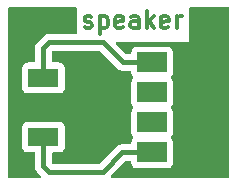
<source format=gbr>
%TF.GenerationSoftware,KiCad,Pcbnew,9.0.7*%
%TF.CreationDate,2026-03-30T17:36:33-04:00*%
%TF.ProjectId,peizo-buzzer,7065697a-6f2d-4627-957a-7a65722e6b69,rev?*%
%TF.SameCoordinates,Original*%
%TF.FileFunction,Copper,L1,Top*%
%TF.FilePolarity,Positive*%
%FSLAX46Y46*%
G04 Gerber Fmt 4.6, Leading zero omitted, Abs format (unit mm)*
G04 Created by KiCad (PCBNEW 9.0.7) date 2026-03-30 17:36:33*
%MOMM*%
%LPD*%
G01*
G04 APERTURE LIST*
%ADD10C,0.300000*%
%TA.AperFunction,NonConductor*%
%ADD11C,0.300000*%
%TD*%
%TA.AperFunction,SMDPad,CuDef*%
%ADD12R,2.500000X1.700000*%
%TD*%
%TA.AperFunction,SMDPad,CuDef*%
%ADD13R,2.600000X1.600000*%
%TD*%
%TA.AperFunction,Conductor*%
%ADD14C,0.400000*%
%TD*%
G04 APERTURE END LIST*
D10*
D11*
X141483082Y-88729400D02*
X141625939Y-88800828D01*
X141625939Y-88800828D02*
X141911653Y-88800828D01*
X141911653Y-88800828D02*
X142054510Y-88729400D01*
X142054510Y-88729400D02*
X142125939Y-88586542D01*
X142125939Y-88586542D02*
X142125939Y-88515114D01*
X142125939Y-88515114D02*
X142054510Y-88372257D01*
X142054510Y-88372257D02*
X141911653Y-88300828D01*
X141911653Y-88300828D02*
X141697368Y-88300828D01*
X141697368Y-88300828D02*
X141554510Y-88229400D01*
X141554510Y-88229400D02*
X141483082Y-88086542D01*
X141483082Y-88086542D02*
X141483082Y-88015114D01*
X141483082Y-88015114D02*
X141554510Y-87872257D01*
X141554510Y-87872257D02*
X141697368Y-87800828D01*
X141697368Y-87800828D02*
X141911653Y-87800828D01*
X141911653Y-87800828D02*
X142054510Y-87872257D01*
X142768796Y-87800828D02*
X142768796Y-89300828D01*
X142768796Y-87872257D02*
X142911654Y-87800828D01*
X142911654Y-87800828D02*
X143197368Y-87800828D01*
X143197368Y-87800828D02*
X143340225Y-87872257D01*
X143340225Y-87872257D02*
X143411654Y-87943685D01*
X143411654Y-87943685D02*
X143483082Y-88086542D01*
X143483082Y-88086542D02*
X143483082Y-88515114D01*
X143483082Y-88515114D02*
X143411654Y-88657971D01*
X143411654Y-88657971D02*
X143340225Y-88729400D01*
X143340225Y-88729400D02*
X143197368Y-88800828D01*
X143197368Y-88800828D02*
X142911654Y-88800828D01*
X142911654Y-88800828D02*
X142768796Y-88729400D01*
X144697368Y-88729400D02*
X144554511Y-88800828D01*
X144554511Y-88800828D02*
X144268797Y-88800828D01*
X144268797Y-88800828D02*
X144125939Y-88729400D01*
X144125939Y-88729400D02*
X144054511Y-88586542D01*
X144054511Y-88586542D02*
X144054511Y-88015114D01*
X144054511Y-88015114D02*
X144125939Y-87872257D01*
X144125939Y-87872257D02*
X144268797Y-87800828D01*
X144268797Y-87800828D02*
X144554511Y-87800828D01*
X144554511Y-87800828D02*
X144697368Y-87872257D01*
X144697368Y-87872257D02*
X144768797Y-88015114D01*
X144768797Y-88015114D02*
X144768797Y-88157971D01*
X144768797Y-88157971D02*
X144054511Y-88300828D01*
X146054511Y-88800828D02*
X146054511Y-88015114D01*
X146054511Y-88015114D02*
X145983082Y-87872257D01*
X145983082Y-87872257D02*
X145840225Y-87800828D01*
X145840225Y-87800828D02*
X145554511Y-87800828D01*
X145554511Y-87800828D02*
X145411653Y-87872257D01*
X146054511Y-88729400D02*
X145911653Y-88800828D01*
X145911653Y-88800828D02*
X145554511Y-88800828D01*
X145554511Y-88800828D02*
X145411653Y-88729400D01*
X145411653Y-88729400D02*
X145340225Y-88586542D01*
X145340225Y-88586542D02*
X145340225Y-88443685D01*
X145340225Y-88443685D02*
X145411653Y-88300828D01*
X145411653Y-88300828D02*
X145554511Y-88229400D01*
X145554511Y-88229400D02*
X145911653Y-88229400D01*
X145911653Y-88229400D02*
X146054511Y-88157971D01*
X146768796Y-88800828D02*
X146768796Y-87300828D01*
X146911654Y-88229400D02*
X147340225Y-88800828D01*
X147340225Y-87800828D02*
X146768796Y-88372257D01*
X148554511Y-88729400D02*
X148411654Y-88800828D01*
X148411654Y-88800828D02*
X148125940Y-88800828D01*
X148125940Y-88800828D02*
X147983082Y-88729400D01*
X147983082Y-88729400D02*
X147911654Y-88586542D01*
X147911654Y-88586542D02*
X147911654Y-88015114D01*
X147911654Y-88015114D02*
X147983082Y-87872257D01*
X147983082Y-87872257D02*
X148125940Y-87800828D01*
X148125940Y-87800828D02*
X148411654Y-87800828D01*
X148411654Y-87800828D02*
X148554511Y-87872257D01*
X148554511Y-87872257D02*
X148625940Y-88015114D01*
X148625940Y-88015114D02*
X148625940Y-88157971D01*
X148625940Y-88157971D02*
X147911654Y-88300828D01*
X149268796Y-88800828D02*
X149268796Y-87800828D01*
X149268796Y-88086542D02*
X149340225Y-87943685D01*
X149340225Y-87943685D02*
X149411654Y-87872257D01*
X149411654Y-87872257D02*
X149554511Y-87800828D01*
X149554511Y-87800828D02*
X149697368Y-87800828D01*
D12*
%TO.P,J1,4,Pin_4*%
%TO.N,Net-(J1-Pin_4)*%
X147200000Y-99320000D03*
%TO.P,J1,3,Pin_3*%
%TO.N,unconnected-(J1-Pin_3-Pad3)*%
X147200000Y-96780000D03*
%TO.P,J1,2,Pin_2*%
%TO.N,unconnected-(J1-Pin_2-Pad2)*%
X147200000Y-94240000D03*
%TO.P,J1,1,Pin_1*%
%TO.N,Net-(J1-Pin_1)*%
X147200000Y-91700000D03*
%TD*%
D13*
%TO.P,R1,2*%
%TO.N,Net-(J1-Pin_1)*%
X138000000Y-93000000D03*
%TO.P,R1,1*%
%TO.N,Net-(J1-Pin_4)*%
X138000000Y-98000000D03*
%TD*%
D14*
%TO.N,Net-(J1-Pin_1)*%
X143000000Y-90000000D02*
X144700000Y-91700000D01*
X144700000Y-91700000D02*
X147200000Y-91700000D01*
X138000000Y-93000000D02*
X138000000Y-90500000D01*
X138000000Y-90500000D02*
X138500000Y-90000000D01*
X138500000Y-90000000D02*
X143000000Y-90000000D01*
%TO.N,Net-(J1-Pin_4)*%
X138000000Y-98000000D02*
X138000000Y-100500000D01*
X138500000Y-101000000D02*
X143000000Y-101000000D01*
X143000000Y-101000000D02*
X144680000Y-99320000D01*
X144680000Y-99320000D02*
X147200000Y-99320000D01*
X138000000Y-100500000D02*
X138500000Y-101000000D01*
%TD*%
%TA.AperFunction,NonConductor*%
G36*
X153692539Y-87020185D02*
G01*
X153738294Y-87072989D01*
X153749500Y-87124500D01*
X153749500Y-101375500D01*
X153729815Y-101442539D01*
X153677011Y-101488294D01*
X153625500Y-101499500D01*
X143790519Y-101499500D01*
X143723480Y-101479815D01*
X143677725Y-101427011D01*
X143667781Y-101357853D01*
X143696806Y-101294297D01*
X143702838Y-101287819D01*
X144933838Y-100056819D01*
X144995161Y-100023334D01*
X145021519Y-100020500D01*
X145325501Y-100020500D01*
X145392540Y-100040185D01*
X145438295Y-100092989D01*
X145449501Y-100144500D01*
X145449501Y-100217876D01*
X145455908Y-100277483D01*
X145506202Y-100412328D01*
X145506206Y-100412335D01*
X145592452Y-100527544D01*
X145592455Y-100527547D01*
X145707664Y-100613793D01*
X145707671Y-100613797D01*
X145842517Y-100664091D01*
X145842516Y-100664091D01*
X145849444Y-100664835D01*
X145902127Y-100670500D01*
X148497872Y-100670499D01*
X148557483Y-100664091D01*
X148692331Y-100613796D01*
X148807546Y-100527546D01*
X148893796Y-100412331D01*
X148944091Y-100277483D01*
X148950500Y-100217873D01*
X148950499Y-98422128D01*
X148944091Y-98362517D01*
X148893796Y-98227669D01*
X148816421Y-98124309D01*
X148792004Y-98058848D01*
X148806855Y-97990575D01*
X148816416Y-97975696D01*
X148893796Y-97872331D01*
X148944091Y-97737483D01*
X148950500Y-97677873D01*
X148950499Y-95882128D01*
X148944091Y-95822517D01*
X148893796Y-95687669D01*
X148816421Y-95584309D01*
X148792004Y-95518848D01*
X148806855Y-95450575D01*
X148816416Y-95435696D01*
X148893796Y-95332331D01*
X148944091Y-95197483D01*
X148950500Y-95137873D01*
X148950499Y-93342128D01*
X148944091Y-93282517D01*
X148893796Y-93147669D01*
X148816421Y-93044309D01*
X148792004Y-92978848D01*
X148806855Y-92910575D01*
X148816416Y-92895696D01*
X148893796Y-92792331D01*
X148944091Y-92657483D01*
X148950500Y-92597873D01*
X148950499Y-90802128D01*
X148944091Y-90742517D01*
X148893796Y-90607669D01*
X148893795Y-90607668D01*
X148893793Y-90607664D01*
X148807547Y-90492455D01*
X148807544Y-90492452D01*
X148692335Y-90406206D01*
X148692328Y-90406202D01*
X148557482Y-90355908D01*
X148557483Y-90355908D01*
X148497883Y-90349501D01*
X148497881Y-90349500D01*
X148497873Y-90349500D01*
X148497864Y-90349500D01*
X145902129Y-90349500D01*
X145902123Y-90349501D01*
X145842516Y-90355908D01*
X145707671Y-90406202D01*
X145707664Y-90406206D01*
X145592455Y-90492452D01*
X145592452Y-90492455D01*
X145506206Y-90607664D01*
X145506202Y-90607671D01*
X145455908Y-90742517D01*
X145452472Y-90774480D01*
X145449501Y-90802123D01*
X145449500Y-90802135D01*
X145449500Y-90875500D01*
X145429815Y-90942539D01*
X145377011Y-90988294D01*
X145325500Y-90999500D01*
X145041519Y-90999500D01*
X144974480Y-90979815D01*
X144953838Y-90963181D01*
X144158666Y-90168009D01*
X144125181Y-90106686D01*
X144130165Y-90036994D01*
X144172037Y-89981061D01*
X144237501Y-89956644D01*
X144246347Y-89956328D01*
X150352868Y-89956328D01*
X150352868Y-87124500D01*
X150372553Y-87057461D01*
X150425357Y-87011706D01*
X150476868Y-87000500D01*
X153625500Y-87000500D01*
X153692539Y-87020185D01*
G37*
%TD.AperFunction*%
%TA.AperFunction,NonConductor*%
G36*
X140768896Y-87020185D02*
G01*
X140814651Y-87072989D01*
X140825857Y-87124500D01*
X140825857Y-89175500D01*
X140806172Y-89242539D01*
X140753368Y-89288294D01*
X140701857Y-89299500D01*
X138431004Y-89299500D01*
X138295677Y-89326418D01*
X138295667Y-89326421D01*
X138168192Y-89379222D01*
X138053454Y-89455887D01*
X137455887Y-90053454D01*
X137379222Y-90168192D01*
X137326421Y-90295667D01*
X137326418Y-90295679D01*
X137304434Y-90406202D01*
X137304434Y-90406206D01*
X137299500Y-90431007D01*
X137299500Y-91575500D01*
X137279815Y-91642539D01*
X137227011Y-91688294D01*
X137175500Y-91699500D01*
X136652129Y-91699500D01*
X136652123Y-91699501D01*
X136592516Y-91705908D01*
X136457671Y-91756202D01*
X136457664Y-91756206D01*
X136342455Y-91842452D01*
X136342452Y-91842455D01*
X136256206Y-91957664D01*
X136256202Y-91957671D01*
X136205908Y-92092517D01*
X136199501Y-92152116D01*
X136199501Y-92152123D01*
X136199500Y-92152135D01*
X136199500Y-93847870D01*
X136199501Y-93847876D01*
X136205908Y-93907483D01*
X136256202Y-94042328D01*
X136256206Y-94042335D01*
X136342452Y-94157544D01*
X136342455Y-94157547D01*
X136457664Y-94243793D01*
X136457671Y-94243797D01*
X136592517Y-94294091D01*
X136592516Y-94294091D01*
X136599444Y-94294835D01*
X136652127Y-94300500D01*
X139347872Y-94300499D01*
X139407483Y-94294091D01*
X139542331Y-94243796D01*
X139657546Y-94157546D01*
X139743796Y-94042331D01*
X139794091Y-93907483D01*
X139800500Y-93847873D01*
X139800499Y-92152128D01*
X139794091Y-92092517D01*
X139743796Y-91957669D01*
X139743795Y-91957668D01*
X139743793Y-91957664D01*
X139657547Y-91842455D01*
X139657544Y-91842452D01*
X139542335Y-91756206D01*
X139542328Y-91756202D01*
X139407482Y-91705908D01*
X139407483Y-91705908D01*
X139347883Y-91699501D01*
X139347881Y-91699500D01*
X139347873Y-91699500D01*
X139347865Y-91699500D01*
X138824500Y-91699500D01*
X138757461Y-91679815D01*
X138711706Y-91627011D01*
X138700500Y-91575500D01*
X138700500Y-90841519D01*
X138709144Y-90812078D01*
X138715668Y-90782092D01*
X138719422Y-90777076D01*
X138720185Y-90774480D01*
X138736819Y-90753838D01*
X138753838Y-90736819D01*
X138815161Y-90703334D01*
X138841519Y-90700500D01*
X142658481Y-90700500D01*
X142725520Y-90720185D01*
X142746162Y-90736819D01*
X144253453Y-92244111D01*
X144253454Y-92244112D01*
X144368192Y-92320777D01*
X144495667Y-92373578D01*
X144495672Y-92373580D01*
X144495676Y-92373580D01*
X144495677Y-92373581D01*
X144631003Y-92400500D01*
X144631006Y-92400500D01*
X144631007Y-92400500D01*
X145325501Y-92400500D01*
X145392540Y-92420185D01*
X145438295Y-92472989D01*
X145449501Y-92524500D01*
X145449501Y-92597876D01*
X145455908Y-92657483D01*
X145506202Y-92792328D01*
X145506203Y-92792330D01*
X145583578Y-92895689D01*
X145607995Y-92961153D01*
X145593144Y-93029426D01*
X145583578Y-93044311D01*
X145506203Y-93147669D01*
X145506202Y-93147671D01*
X145455908Y-93282517D01*
X145449501Y-93342116D01*
X145449501Y-93342123D01*
X145449500Y-93342135D01*
X145449500Y-95137870D01*
X145449501Y-95137876D01*
X145455908Y-95197483D01*
X145506202Y-95332328D01*
X145506203Y-95332330D01*
X145583578Y-95435689D01*
X145607995Y-95501153D01*
X145593144Y-95569426D01*
X145583578Y-95584311D01*
X145506203Y-95687669D01*
X145506202Y-95687671D01*
X145455908Y-95822517D01*
X145449501Y-95882116D01*
X145449501Y-95882123D01*
X145449500Y-95882135D01*
X145449500Y-97677870D01*
X145449501Y-97677876D01*
X145455908Y-97737483D01*
X145506202Y-97872328D01*
X145506203Y-97872330D01*
X145583578Y-97975689D01*
X145607995Y-98041153D01*
X145593144Y-98109426D01*
X145583578Y-98124311D01*
X145506203Y-98227669D01*
X145506202Y-98227671D01*
X145455908Y-98362517D01*
X145449501Y-98422116D01*
X145449501Y-98422123D01*
X145449500Y-98422135D01*
X145449500Y-98495500D01*
X145429815Y-98562539D01*
X145377011Y-98608294D01*
X145325500Y-98619500D01*
X144611004Y-98619500D01*
X144475677Y-98646418D01*
X144475667Y-98646421D01*
X144348192Y-98699222D01*
X144233454Y-98775887D01*
X144233453Y-98775888D01*
X142746162Y-100263181D01*
X142684839Y-100296666D01*
X142658481Y-100299500D01*
X138841519Y-100299500D01*
X138812078Y-100290855D01*
X138782092Y-100284332D01*
X138777076Y-100280577D01*
X138774480Y-100279815D01*
X138753838Y-100263181D01*
X138736819Y-100246162D01*
X138703334Y-100184839D01*
X138700500Y-100158481D01*
X138700500Y-99424499D01*
X138720185Y-99357460D01*
X138772989Y-99311705D01*
X138824500Y-99300499D01*
X139347871Y-99300499D01*
X139347872Y-99300499D01*
X139407483Y-99294091D01*
X139542331Y-99243796D01*
X139657546Y-99157546D01*
X139743796Y-99042331D01*
X139794091Y-98907483D01*
X139800500Y-98847873D01*
X139800499Y-97152128D01*
X139794091Y-97092517D01*
X139743796Y-96957669D01*
X139743795Y-96957668D01*
X139743793Y-96957664D01*
X139657547Y-96842455D01*
X139657544Y-96842452D01*
X139542335Y-96756206D01*
X139542328Y-96756202D01*
X139407482Y-96705908D01*
X139407483Y-96705908D01*
X139347883Y-96699501D01*
X139347881Y-96699500D01*
X139347873Y-96699500D01*
X139347864Y-96699500D01*
X136652129Y-96699500D01*
X136652123Y-96699501D01*
X136592516Y-96705908D01*
X136457671Y-96756202D01*
X136457664Y-96756206D01*
X136342455Y-96842452D01*
X136342452Y-96842455D01*
X136256206Y-96957664D01*
X136256202Y-96957671D01*
X136205908Y-97092517D01*
X136199501Y-97152116D01*
X136199501Y-97152123D01*
X136199500Y-97152135D01*
X136199500Y-98847870D01*
X136199501Y-98847876D01*
X136205908Y-98907483D01*
X136256202Y-99042328D01*
X136256206Y-99042335D01*
X136342452Y-99157544D01*
X136342455Y-99157547D01*
X136457664Y-99243793D01*
X136457671Y-99243797D01*
X136502618Y-99260561D01*
X136592517Y-99294091D01*
X136652127Y-99300500D01*
X137175500Y-99300499D01*
X137242539Y-99320183D01*
X137288294Y-99372987D01*
X137299500Y-99424499D01*
X137299500Y-100431006D01*
X137299500Y-100568994D01*
X137299500Y-100568996D01*
X137299499Y-100568996D01*
X137326418Y-100704322D01*
X137326421Y-100704332D01*
X137379222Y-100831807D01*
X137455887Y-100946545D01*
X137455888Y-100946546D01*
X137797162Y-101287819D01*
X137830647Y-101349142D01*
X137825663Y-101418833D01*
X137783792Y-101474767D01*
X137718327Y-101499184D01*
X137709481Y-101499500D01*
X135124500Y-101499500D01*
X135057461Y-101479815D01*
X135011706Y-101427011D01*
X135000500Y-101375500D01*
X135000500Y-87124500D01*
X135020185Y-87057461D01*
X135072989Y-87011706D01*
X135124500Y-87000500D01*
X140701857Y-87000500D01*
X140768896Y-87020185D01*
G37*
%TD.AperFunction*%
M02*

</source>
